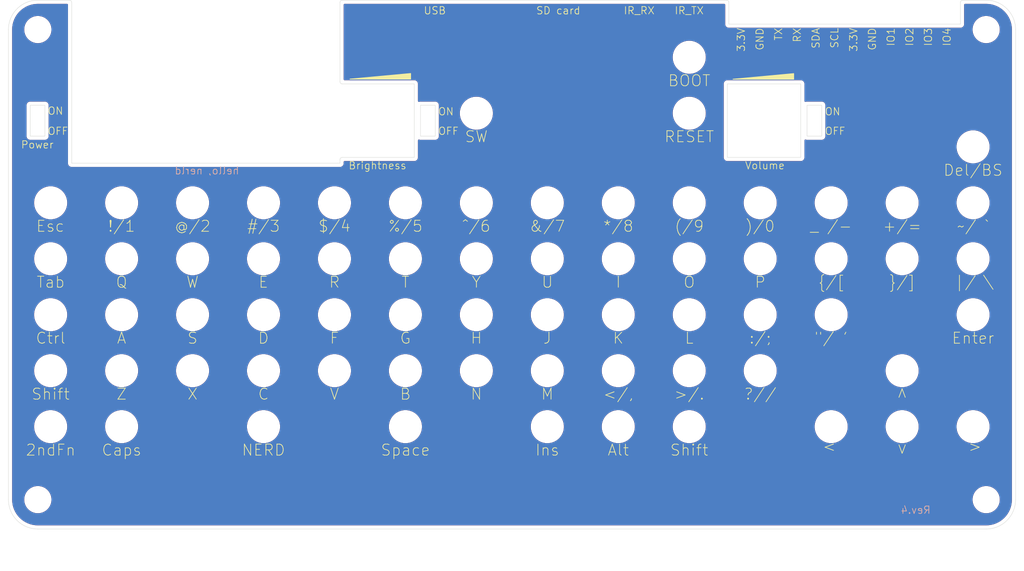
<source format=kicad_pcb>
(kicad_pcb (version 20240108) (generator "pcbnew") (generator_version "8.0")
  (layers (0 "F.Cu" signal) (31 "B.Cu" signal) (34 "B.Paste" user) (35 "F.Paste" user) (36 "B.SilkS" user "B.Silkscreen") (37 "F.SilkS" user "F.Silkscreen") (38 "B.Mask" user) (39 "F.Mask" user) (44 "Edge.Cuts" user))
  (net 0 "")
  (footprint "MountingHole:MountingHole_4mm" (layer "F.Cu") (at 191.566 95.204)
    (property "Reference" "H32" (hide yes))
    (property "Value" "MountingHole" (hide yes))
    (pad "" np_thru_hole circle (at 0 0) (size 4 4) (drill 4) (layers "*.Cu" "*.Mask"))
  )
  (footprint "MountingHole:MountingHole_4mm" (layer "F.Cu") (at 75.742 118.064)
    (property "Reference" "H65" (hide yes))
    (property "Value" "MountingHole" (hide yes))
    (pad "" np_thru_hole circle (at 0 0) (size 4 4) (drill 4) (layers "*.Cu" "*.Mask"))
  )
  (footprint "MountingHole:MountingHole_4mm" (layer "F.Cu") (at 143.306 110.444)
    (property "Reference" "H57" (hide yes))
    (property "Value" "MountingHole" (hide yes))
    (pad "" np_thru_hole circle (at 0 0) (size 4 4) (drill 4) (layers "*.Cu" "*.Mask"))
  )
  (footprint "MountingHole:MountingHole_4mm" (layer "F.Cu") (at 95.046 87.584)
    (property "Reference" "H7" (hide yes))
    (property "Value" "MountingHole" (hide yes))
    (pad "" np_thru_hole circle (at 0 0) (size 4 4) (drill 4) (layers "*.Cu" "*.Mask"))
  )
  (footprint "MountingHole:MountingHole_4mm" (layer "F.Cu") (at 143.306 87.584)
    (property "Reference" "H12" (hide yes))
    (property "Value" "MountingHole" (hide yes))
    (pad "" np_thru_hole circle (at 0 0) (size 4 4) (drill 4) (layers "*.Cu" "*.Mask"))
  )
  (footprint "MountingHole:MountingHole_4mm" (layer "F.Cu") (at 172.262 110.444)
    (property "Reference" "H60" (hide yes))
    (property "Value" "MountingHole" (hide yes))
    (pad "" np_thru_hole circle (at 0 0) (size 4 4) (drill 4) (layers "*.Cu" "*.Mask"))
  )
  (footprint "MountingHole:MountingHole_4mm" (layer "F.Cu") (at 172.262 95.204)
    (property "Reference" "H30" (hide yes))
    (property "Value" "MountingHole" (hide yes))
    (pad "" np_thru_hole circle (at 0 0) (size 4 4) (drill 4) (layers "*.Cu" "*.Mask"))
  )
  (footprint "MountingHole:MountingHole_4mm" (layer "F.Cu") (at 201.218 102.824)
    (property "Reference" "H48" (hide yes))
    (property "Value" "MountingHole" (hide yes))
    (pad "" np_thru_hole circle (at 0 0) (size 4 4) (drill 4) (layers "*.Cu" "*.Mask"))
  )
  (footprint "MountingHole:MountingHole_3.2mm_M3" (layer "F.Cu") (at 203 128)
    (property "Reference" "H3" (hide yes))
    (property "Value" "MountingHole")
    (pad "" np_thru_hole circle (at 0 0) (size 3.2 3.2) (drill 3.2) (layers "*.Cu" "*.Mask"))
  )
  (footprint "MountingHole:MountingHole_4mm" (layer "F.Cu") (at 181.914 118.064)
    (property "Reference" "H76" (hide yes))
    (property "Value" "MountingHole" (hide yes))
    (pad "" np_thru_hole circle (at 0 0) (size 4 4) (drill 4) (layers "*.Cu" "*.Mask"))
  )
  (footprint "MountingHole:MountingHole_4mm" (layer "F.Cu") (at 85.394 118.064)
    (property "Reference" "H66" (hide yes))
    (property "Value" "MountingHole" (hide yes))
    (pad "" np_thru_hole circle (at 0 0) (size 4 4) (drill 4) (layers "*.Cu" "*.Mask"))
  )
  (footprint "MountingHole:MountingHole_4mm" (layer "F.Cu") (at 114.35 102.824)
    (property "Reference" "H39" (hide yes))
    (property "Value" "MountingHole" (hide yes))
    (pad "" np_thru_hole circle (at 0 0) (size 4 4) (drill 4) (layers "*.Cu" "*.Mask"))
  )
  (footprint "MountingHole:MountingHole_4mm" (layer "F.Cu") (at 201.218 95.204)
    (property "Reference" "H33" (hide yes))
    (property "Value" "MountingHole" (hide yes))
    (pad "" np_thru_hole circle (at 0 0) (size 4 4) (drill 4) (layers "*.Cu" "*.Mask"))
  )
  (footprint "MountingHole:MountingHole_4mm" (layer "F.Cu") (at 201.218 87.584)
    (property "Reference" "H18" (hide yes))
    (property "Value" "MountingHole" (hide yes))
    (pad "" np_thru_hole circle (at 0 0) (size 4 4) (drill 4) (layers "*.Cu" "*.Mask"))
  )
  (footprint "MountingHole:MountingHole_4mm" (layer "F.Cu") (at 162.61 110.444)
    (property "Reference" "H59" (hide yes))
    (property "Value" "MountingHole" (hide yes))
    (pad "" np_thru_hole circle (at 0 0) (size 4 4) (drill 4) (layers "*.Cu" "*.Mask"))
  )
  (footprint "MountingHole:MountingHole_4mm" (layer "F.Cu") (at 124.002 95.204)
    (property "Reference" "H25" (hide yes))
    (property "Value" "MountingHole" (hide yes))
    (pad "" np_thru_hole circle (at 0 0) (size 4 4) (drill 4) (layers "*.Cu" "*.Mask"))
  )
  (footprint "MountingHole:MountingHole_4mm" (layer "F.Cu") (at 162.61 118.064)
    (property "Reference" "H74" (hide yes))
    (property "Value" "MountingHole" (hide yes))
    (pad "" np_thru_hole circle (at 0 0) (size 4 4) (drill 4) (layers "*.Cu" "*.Mask"))
  )
  (footprint "MountingHole:MountingHole_4mm" (layer "F.Cu") (at 152.958 118.064)
    (property "Reference" "H73" (hide yes))
    (property "Value" "MountingHole" (hide yes))
    (pad "" np_thru_hole circle (at 0 0) (size 4 4) (drill 4) (layers "*.Cu" "*.Mask"))
  )
  (footprint "MountingHole:MountingHole_4mm" (layer "F.Cu") (at 191.566 87.584)
    (property "Reference" "H17" (hide yes))
    (property "Value" "MountingHole" (hide yes))
    (pad "" np_thru_hole circle (at 0 0) (size 4 4) (drill 4) (layers "*.Cu" "*.Mask"))
  )
  (footprint "MountingHole:MountingHole_4mm" (layer "F.Cu") (at 104.698 87.584)
    (property "Reference" "H8" (hide yes))
    (property "Value" "MountingHole" (hide yes))
    (pad "" np_thru_hole circle (at 0 0) (size 4 4) (drill 4) (layers "*.Cu" "*.Mask"))
  )
  (footprint "MountingHole:MountingHole_3.2mm_M3" (layer "F.Cu") (at 203 64)
    (property "Reference" "H2" (hide yes))
    (property "Value" "MountingHole")
    (pad "" np_thru_hole circle (at 0 0) (size 3.2 3.2) (drill 3.2) (layers "*.Cu" "*.Mask"))
  )
  (footprint "MountingHole:MountingHole_4mm" (layer "F.Cu") (at 172.262 87.584)
    (property "Reference" "H15" (hide yes))
    (property "Value" "MountingHole" (hide yes))
    (pad "" np_thru_hole circle (at 0 0) (size 4 4) (drill 4) (layers "*.Cu" "*.Mask"))
  )
  (footprint "MountingHole:MountingHole_4mm" (layer "F.Cu") (at 162.61 95.204)
    (property "Reference" "H29" (hide yes))
    (property "Value" "MountingHole" (hide yes))
    (pad "" np_thru_hole circle (at 0 0) (size 4 4) (drill 4) (layers "*.Cu" "*.Mask"))
  )
  (footprint "MountingHole:MountingHole_4mm" (layer "F.Cu") (at 114.35 110.444)
    (property "Reference" "H54" (hide yes))
    (property "Value" "MountingHole" (hide yes))
    (pad "" np_thru_hole circle (at 0 0) (size 4 4) (drill 4) (layers "*.Cu" "*.Mask"))
  )
  (footprint "MountingHole:MountingHole_4mm" (layer "F.Cu") (at 85.394 95.204)
    (property "Reference" "H21" (hide yes))
    (property "Value" "MountingHole" (hide yes))
    (pad "" np_thru_hole circle (at 0 0) (size 4 4) (drill 4) (layers "*.Cu" "*.Mask"))
  )
  (footprint "MountingHole:MountingHole_4mm" (layer "F.Cu") (at 104.698 118.064)
    (property "Reference" "H68" (hide yes))
    (property "Value" "MountingHole" (hide yes))
    (pad "" np_thru_hole circle (at 0 0) (size 4 4) (drill 4) (layers "*.Cu" "*.Mask"))
  )
  (footprint "MountingHole:MountingHole_4mm" (layer "F.Cu") (at 75.742 110.444)
    (property "Reference" "H50" (hide yes))
    (property "Value" "MountingHole" (hide yes))
    (pad "" np_thru_hole circle (at 0 0) (size 4 4) (drill 4) (layers "*.Cu" "*.Mask"))
  )
  (footprint "MountingHole:MountingHole_4mm" (layer "F.Cu") (at 85.394 110.444)
    (property "Reference" "H51" (hide yes))
    (property "Value" "MountingHole" (hide yes))
    (pad "" np_thru_hole circle (at 0 0) (size 4 4) (drill 4) (layers "*.Cu" "*.Mask"))
  )
  (footprint "MountingHole:MountingHole_4mm" (layer "F.Cu") (at 133.654 95.204)
    (property "Reference" "H26" (hide yes))
    (property "Value" "MountingHole" (hide yes))
    (pad "" np_thru_hole circle (at 0 0) (size 4 4) (drill 4) (layers "*.Cu" "*.Mask"))
  )
  (footprint "MountingHole:MountingHole_3.2mm_M3" (layer "F.Cu") (at 74 128)
    (property "Reference" "H4" (hide yes))
    (property "Value" "MountingHole")
    (pad "" np_thru_hole circle (at 0 0) (size 3.2 3.2) (drill 3.2) (layers "*.Cu" "*.Mask"))
  )
  (footprint "MountingHole:MountingHole_4mm" (layer "F.Cu") (at 133.654 110.444)
    (property "Reference" "H56" (hide yes))
    (property "Value" "MountingHole" (hide yes))
    (pad "" np_thru_hole circle (at 0 0) (size 4 4) (drill 4) (layers "*.Cu" "*.Mask"))
  )
  (footprint "MountingHole:MountingHole_4mm" (layer "F.Cu") (at 95.046 95.204)
    (property "Reference" "H22" (hide yes))
    (property "Value" "MountingHole" (hide yes))
    (pad "" np_thru_hole circle (at 0 0) (size 4 4) (drill 4) (layers "*.Cu" "*.Mask"))
  )
  (footprint "MountingHole:MountingHole_4mm" (layer "F.Cu") (at 201.218 118.064)
    (property "Reference" "H78" (hide yes))
    (property "Value" "MountingHole" (hide yes))
    (pad "" np_thru_hole circle (at 0 0) (size 4 4) (drill 4) (layers "*.Cu" "*.Mask"))
  )
  (footprint "MountingHole:MountingHole_3.2mm_M3" (layer "F.Cu") (at 74 64)
    (property "Reference" "H1" (hide yes))
    (property "Value" "MountingHole")
    (pad "" np_thru_hole circle (at 0 0) (size 3.2 3.2) (drill 3.2) (layers "*.Cu" "*.Mask"))
  )
  (footprint "MountingHole:MountingHole_4mm" (layer "F.Cu") (at 104.698 95.204)
    (property "Reference" "H23" (hide yes))
    (property "Value" "MountingHole" (hide yes))
    (pad "" np_thru_hole circle (at 0 0) (size 4 4) (drill 4) (layers "*.Cu" "*.Mask"))
  )
  (footprint "MountingHole:MountingHole_4mm" (layer "F.Cu") (at 133.654 87.584)
    (property "Reference" "H11" (hide yes))
    (property "Value" "MountingHole" (hide yes))
    (pad "" np_thru_hole circle (at 0 0) (size 4 4) (drill 4) (layers "*.Cu" "*.Mask"))
  )
  (footprint "MountingHole:MountingHole_4mm" (layer "F.Cu") (at 172.262 102.824)
    (property "Reference" "H45" (hide yes))
    (property "Value" "MountingHole" (hide yes))
    (pad "" np_thru_hole circle (at 0 0) (size 4 4) (drill 4) (layers "*.Cu" "*.Mask"))
  )
  (footprint "MountingHole:MountingHole_4mm" (layer "F.Cu") (at 124.002 118.064)
    (property "Reference" "H70" (hide yes))
    (property "Value" "MountingHole" (hide yes))
    (pad "" np_thru_hole circle (at 0 0) (size 4 4) (drill 4) (layers "*.Cu" "*.Mask"))
  )
  (footprint "MountingHole:MountingHole_4mm" (layer "F.Cu") (at 85.394 102.824)
    (property "Reference" "H36" (hide yes))
    (property "Value" "MountingHole" (hide yes))
    (pad "" np_thru_hole circle (at 0 0) (size 4 4) (drill 4) (layers "*.Cu" "*.Mask"))
  )
  (footprint "MountingHole:MountingHole_4mm" (layer "F.Cu") (at 162.61 87.584)
    (property "Reference" "H14" (hide yes))
    (property "Value" "MountingHole" (hide yes))
    (pad "" np_thru_hole circle (at 0 0) (size 4 4) (drill 4) (layers "*.Cu" "*.Mask"))
  )
  (footprint "MountingHole:MountingHole_4mm" (layer "F.Cu") (at 191.566 118.064)
    (property "Reference" "H77" (hide yes))
    (property "Value" "MountingHole" (hide yes))
    (pad "" np_thru_hole circle (at 0 0) (size 4 4) (drill 4) (layers "*.Cu" "*.Mask"))
  )
  (footprint "MountingHole:MountingHole_4mm" (layer "F.Cu") (at 75.742 87.584)
    (property "Reference" "H5" (hide yes))
    (property "Value" "MountingHole" (hide yes))
    (pad "" np_thru_hole circle (at 0 0) (size 4 4) (drill 4) (layers "*.Cu" "*.Mask"))
  )
  (footprint "MountingHole:MountingHole_4mm" (layer "F.Cu") (at 114.35 87.584)
    (property "Reference" "H9" (hide yes))
    (property "Value" "MountingHole" (hide yes))
    (pad "" np_thru_hole circle (at 0 0) (size 4 4) (drill 4) (layers "*.Cu" "*.Mask"))
  )
  (footprint "MountingHole:MountingHole_4mm" (layer "F.Cu") (at 75.742 95.204)
    (property "Reference" "H20" (hide yes))
    (property "Value" "MountingHole" (hide yes))
    (pad "" np_thru_hole circle (at 0 0) (size 4 4) (drill 4) (layers "*.Cu" "*.Mask"))
  )
  (footprint "MountingHole:MountingHole_4mm" (layer "F.Cu") (at 191.566 110.444)
    (property "Reference" "H62" (hide yes))
    (property "Value" "MountingHole" (hide yes))
    (pad "" np_thru_hole circle (at 0 0) (size 4 4) (drill 4) (layers "*.Cu" "*.Mask"))
  )
  (footprint "MountingHole:MountingHole_4mm" (layer "F.Cu") (at 124.002 102.824)
    (property "Reference" "H40" (hide yes))
    (property "Value" "MountingHole" (hide yes))
    (pad "" np_thru_hole circle (at 0 0) (size 4 4) (drill 4) (layers "*.Cu" "*.Mask"))
  )
  (footprint "MountingHole:MountingHole_4mm" (layer "F.Cu") (at 75.742 102.824)
    (property "Reference" "H35" (hide yes))
    (property "Value" "MountingHole" (hide yes))
    (pad "" np_thru_hole circle (at 0 0) (size 4 4) (drill 4) (layers "*.Cu" "*.Mask"))
  )
  (footprint "MountingHole:MountingHole_4mm" (layer "F.Cu") (at 201.218 79.964)
    (property "Reference" "H5" (hide yes))
    (property "Value" "MountingHole" (hide yes))
    (pad "" np_thru_hole circle (at 0 0) (size 4 4) (drill 4) (layers "*.Cu" "*.Mask"))
  )
  (footprint "MountingHole:MountingHole_4mm" (layer "F.Cu") (at 162.61 102.824)
    (property "Reference" "H44" (hide yes))
    (property "Value" "MountingHole" (hide yes))
    (pad "" np_thru_hole circle (at 0 0) (size 4 4) (drill 4) (layers "*.Cu" "*.Mask"))
  )
  (footprint "MountingHole:MountingHole_4mm" (layer "F.Cu") (at 162.61 75.392)
    (property "Reference" "H12" (hide yes))
    (property "Value" "MountingHole" (hide yes))
    (pad "" np_thru_hole circle (at 0 0) (size 4 4) (drill 4) (layers "*.Cu" "*.Mask"))
  )
  (footprint "MountingHole:MountingHole_4mm" (layer "F.Cu") (at 181.914 102.824)
    (property "Reference" "H46" (hide yes))
    (property "Value" "MountingHole" (hide yes))
    (pad "" np_thru_hole circle (at 0 0) (size 4 4) (drill 4) (layers "*.Cu" "*.Mask"))
  )
  (footprint "MountingHole:MountingHole_4mm" (layer "F.Cu") (at 152.958 110.444)
    (property "Reference" "H58" (hide yes))
    (property "Value" "MountingHole" (hide yes))
    (pad "" np_thru_hole circle (at 0 0) (size 4 4) (drill 4) (layers "*.Cu" "*.Mask"))
  )
  (footprint "MountingHole:MountingHole_4mm" (layer "F.Cu") (at 143.306 102.824)
    (property "Reference" "H42" (hide yes))
    (property "Value" "MountingHole" (hide yes))
    (pad "" np_thru_hole circle (at 0 0) (size 4 4) (drill 4) (layers "*.Cu" "*.Mask"))
  )
  (footprint "MountingHole:MountingHole_4mm" (layer "F.Cu") (at 152.958 87.584)
    (property "Reference" "H13" (hide yes))
    (property "Value" "MountingHole" (hide yes))
    (pad "" np_thru_hole circle (at 0 0) (size 4 4) (drill 4) (layers "*.Cu" "*.Mask"))
  )
  (footprint "MountingHole:MountingHole_4mm" (layer "F.Cu") (at 152.958 102.824)
    (property "Reference" "H43" (hide yes))
    (property "Value" "MountingHole" (hide yes))
    (pad "" np_thru_hole circle (at 0 0) (size 4 4) (drill 4) (layers "*.Cu" "*.Mask"))
  )
  (footprint "MountingHole:MountingHole_4mm" (layer "F.Cu") (at 143.306 118.064)
    (property "Reference" "H72" (hide yes))
    (property "Value" "MountingHole" (hide yes))
    (pad "" np_thru_hole circle (at 0 0) (size 4 4) (drill 4) (layers "*.Cu" "*.Mask"))
  )
  (footprint "MountingHole:MountingHole_4mm" (layer "F.Cu") (at 124.002 110.444)
    (property "Reference" "H55" (hide yes))
    (property "Value" "MountingHole" (hide yes))
    (pad "" np_thru_hole circle (at 0 0) (size 4 4) (drill 4) (layers "*.Cu" "*.Mask"))
  )
  (footprint "MountingHole:MountingHole_4mm" (layer "F.Cu") (at 85.394 87.584)
    (property "Reference" "H6" (hide yes))
    (property "Value" "MountingHole" (hide yes))
    (pad "" np_thru_hole circle (at 0 0) (size 4 4) (drill 4) (layers "*.Cu" "*.Mask"))
  )
  (footprint "MountingHole:MountingHole_4mm" (layer "F.Cu") (at 104.698 110.444)
    (property "Reference" "H53" (hide yes))
    (property "Value" "MountingHole" (hide yes))
    (pad "" np_thru_hole circle (at 0 0) (size 4 4) (drill 4) (layers "*.Cu" "*.Mask"))
  )
  (footprint "MountingHole:MountingHole_4mm" (layer "F.Cu") (at 181.914 87.584)
    (property "Reference" "H16" (hide yes))
    (property "Value" "MountingHole" (hide yes))
    (pad "" np_thru_hole circle (at 0 0) (size 4 4) (drill 4) (layers "*.Cu" "*.Mask"))
  )
  (footprint "MountingHole:MountingHole_4mm" (layer "F.Cu") (at 95.046 110.444)
    (property "Reference" "H52" (hide yes))
    (property "Value" "MountingHole" (hide yes))
    (pad "" np_thru_hole circle (at 0 0) (size 4 4) (drill 4) (layers "*.Cu" "*.Mask"))
  )
  (footprint "MountingHole:MountingHole_4mm" (layer "F.Cu") (at 143.306 95.204)
    (property "Reference" "H27" (hide yes))
    (property "Value" "MountingHole" (hide yes))
    (pad "" np_thru_hole circle (at 0 0) (size 4 4) (drill 4) (layers "*.Cu" "*.Mask"))
  )
  (footprint "MountingHole:MountingHole_4mm" (layer "F.Cu") (at 133.654 102.824)
    (property "Reference" "H41" (hide yes))
    (property "Value" "MountingHole" (hide yes))
    (pad "" np_thru_hole circle (at 0 0) (size 4 4) (drill 4) (layers "*.Cu" "*.Mask"))
  )
  (footprint "MountingHole:MountingHole_4mm" (layer "F.Cu") (at 95.046 102.824)
    (property "Reference" "H37" (hide yes))
    (property "Value" "MountingHole" (hide yes))
    (pad "" np_thru_hole circle (at 0 0) (size 4 4) (drill 4) (layers "*.Cu" "*.Mask"))
  )
  (footprint "MountingHole:MountingHole_4mm" (layer "F.Cu") (at 181.914 95.204)
    (property "Reference" "H31" (hide yes))
    (property "Value" "MountingHole" (hide yes))
    (pad "" np_thru_hole circle (at 0 0) (size 4 4) (drill 4) (layers "*.Cu" "*.Mask"))
  )
  (footprint "MountingHole:MountingHole_4mm" (layer "F.Cu") (at 152.958 95.204)
    (property "Reference" "H28" (hide yes))
    (property "Value" "MountingHole" (hide yes))
    (pad "" np_thru_hole circle (at 0 0) (size 4 4) (drill 4) (layers "*.Cu" "*.Mask"))
  )
  (footprint "MountingHole:MountingHole_4mm" (layer "F.Cu") (at 133.654 75.392)
    (property "Reference" "H12" (hide yes))
    (property "Value" "MountingHole" (hide yes))
    (pad "" np_thru_hole circle (at 0 0) (size 4 4) (drill 4) (layers "*.Cu" "*.Mask"))
  )
  (footprint "MountingHole:MountingHole_4mm" (layer "F.Cu") (at 162.61 67.772)
    (property "Reference" "H12" (hide yes))
    (property "Value" "MountingHole" (hide yes))
    (pad "" np_thru_hole circle (at 0 0) (size 4 4) (drill 4) (layers "*.Cu" "*.Mask"))
  )
  (footprint "MountingHole:MountingHole_4mm" (layer "F.Cu") (at 104.698 102.824)
    (property "Reference" "H38" (hide yes))
    (property "Value" "MountingHole" (hide yes))
    (pad "" np_thru_hole circle (at 0 0) (size 4 4) (drill 4) (layers "*.Cu" "*.Mask"))
  )
  (footprint "MountingHole:MountingHole_4mm" (layer "F.Cu") (at 114.35 95.204)
    (property "Reference" "H24" (hide yes))
    (property "Value" "MountingHole" (hide yes))
    (pad "" np_thru_hole circle (at 0 0) (size 4 4) (drill 4) (layers "*.Cu" "*.Mask"))
  )
  (footprint "MountingHole:MountingHole_4mm" (layer "F.Cu") (at 124.002 87.584)
    (property "Reference" "H10" (hide yes))
    (property "Value" "MountingHole" (hide yes))
    (pad "" np_thru_hole circle (at 0 0) (size 4 4) (drill 4) (layers "*.Cu" "*.Mask"))
  )
  (gr_poly (pts (xy 116.459 70.739) (xy 124.714 70.739) (xy 124.714 69.977)) (stroke (width 0.1)) (fill solid) (layer "F.SilkS"))
  (gr_poly (pts (xy 168.565481 70.753217) (xy 176.820481 70.753217) (xy 176.820481 69.991217)) (stroke (width 0.1)) (fill solid) (layer "F.SilkS"))
  (gr_line (start 168 60.3) (end 168 63.25) (stroke (width 0.05)) (layer "Edge.Cuts"))
  (gr_arc (start 115.1 81.7) (mid 115.187868 81.487868) (end 115.4 81.4) (stroke (width 0.05)) (layer "Edge.Cuts"))
  (gr_line (start 115.1 81.7) (end 115.1 82.2) (stroke (width 0.05)) (layer "Edge.Cuts"))
  (gr_rect (start 72.964 74.308) (end 74.964 78.508) (stroke (width 0.05)) (fill none) (layer "Edge.Cuts"))
  (gr_line (start 168 63.25) (end 199.5 63.25) (stroke (width 0.05)) (layer "Edge.Cuts"))
  (gr_line (start 70 64) (end 70 128) (stroke (width 0.05)) (layer "Edge.Cuts"))
  (gr_line (start 74 132) (end 203 132) (stroke (width 0.05)) (layer "Edge.Cuts"))
  (gr_rect (start 126.05 74.308) (end 128.05 78.508) (stroke (width 0.05)) (fill none) (layer "Edge.Cuts"))
  (gr_line (start 167.8 71.4) (end 177.778 71.4) (stroke (width 0.05)) (layer "Edge.Cuts"))
  (gr_arc (start 115.1 60.3) (mid 115.187868 60.087868) (end 115.4 60) (stroke (width 0.05)) (layer "Edge.Cuts"))
  (gr_arc (start 203 60) (mid 205.828427 61.171573) (end 207 64) (stroke (width 0.05)) (layer "Edge.Cuts"))
  (gr_arc (start 199.5 60.3) (mid 199.587868 60.087868) (end 199.8 60) (stroke (width 0.05)) (layer "Edge.Cuts"))
  (gr_line (start 207 128) (end 207 64) (stroke (width 0.05)) (layer "Edge.Cuts"))
  (gr_arc (start 167.7 60) (mid 167.912132 60.087868) (end 168 60.3) (stroke (width 0.05)) (layer "Edge.Cuts"))
  (gr_line (start 125.2 81.4) (end 115.4 81.4) (stroke (width 0.05)) (layer "Edge.Cuts"))
  (gr_line (start 115.4 71.4) (end 125.2 71.4) (stroke (width 0.05)) (layer "Edge.Cuts"))
  (gr_line (start 177.778 81.4) (end 167.8 81.4) (stroke (width 0.05)) (layer "Edge.Cuts"))
  (gr_line (start 167.7 60) (end 115.4 60) (stroke (width 0.05)) (layer "Edge.Cuts"))
  (gr_rect (start 178.628 74.308) (end 180.628 78.508) (stroke (width 0.05)) (fill none) (layer "Edge.Cuts"))
  (gr_arc (start 74 132) (mid 71.171573 130.828427) (end 70 128) (stroke (width 0.05)) (layer "Edge.Cuts"))
  (gr_line (start 78.3 60) (end 74 60) (stroke (width 0.05)) (layer "Edge.Cuts"))
  (gr_line (start 115.1 60.3) (end 115.1 71.1) (stroke (width 0.05)) (layer "Edge.Cuts"))
  (gr_arc (start 207 128) (mid 205.828427 130.828427) (end 203 132) (stroke (width 0.05)) (layer "Edge.Cuts"))
  (gr_line (start 167.8 71.4) (end 167.8 81.4) (stroke (width 0.05)) (layer "Edge.Cuts"))
  (gr_line (start 78.6 82.2) (end 78.6 60.3) (stroke (width 0.05)) (layer "Edge.Cuts"))
  (gr_line (start 199.8 60) (end 203 60) (stroke (width 0.05)) (layer "Edge.Cuts"))
  (gr_arc (start 115.4 71.4) (mid 115.187868 71.312132) (end 115.1 71.1) (stroke (width 0.05)) (layer "Edge.Cuts"))
  (gr_line (start 199.5 63.25) (end 199.5 60.3) (stroke (width 0.05)) (layer "Edge.Cuts"))
  (gr_line (start 125.2 71.4) (end 125.2 81.4) (stroke (width 0.05)) (layer "Edge.Cuts"))
  (gr_arc (start 70 64) (mid 71.171573 61.171573) (end 74 60) (stroke (width 0.05)) (layer "Edge.Cuts"))
  (gr_line (start 115.1 82.2) (end 78.6 82.2) (stroke (width 0.05)) (layer "Edge.Cuts"))
  (gr_line (start 177.778 71.4) (end 177.778 81.4) (stroke (width 0.05)) (layer "Edge.Cuts"))
  (gr_arc (start 78.3 60) (mid 78.512132 60.087868) (end 78.6 60.3) (stroke (width 0.05)) (layer "Edge.Cuts"))
  (gr_text "hello, nerld" (at 97 83.8 0) (layer "B.SilkS") (effects (font (size 1 1) (thickness 0.1)) (justify bottom mirror)))
  (gr_text "Rev.4" (at 195.5 130 0) (layer "B.SilkS") (effects (font (size 1 1) (thickness 0.1)) (justify left bottom mirror)))
  (gr_text "M" (at 143.306 114.508 0) (layer "F.SilkS") (effects (font (size 1.5 1.5) (thickness 0.1)) (justify bottom)))
  (gr_text "RESET" (at 162.61 79.456 0) (layer "F.SilkS") (effects (font (size 1.5 1.5) (thickness 0.1)) (justify bottom)))
  (gr_text ")/0" (at 172.262 91.648 0) (layer "F.SilkS") (effects (font (size 1.5 1.5) (thickness 0.1)) (justify bottom)))
  (gr_text "IO3" (at 195.122 63.708 90) (layer "F.SilkS") (effects (font (size 1 1) (thickness 0.1)) (justify right)))
  (gr_text "L" (at 162.61 106.888 0) (layer "F.SilkS") (effects (font (size 1.5 1.5) (thickness 0.1)) (justify bottom)))
  (gr_text "Q" (at 85.394 99.268 0) (layer "F.SilkS") (effects (font (size 1.5 1.5) (thickness 0.1)) (justify bottom)))
  (gr_text "G" (at 124.002 106.888 0) (layer "F.SilkS") (effects (font (size 1.5 1.5) (thickness 0.1)) (justify bottom)))
  (gr_text "ON" (at 75.28 75.66 0) (layer "F.SilkS") (effects (font (size 1 1) (thickness 0.1)) (justify left bottom)))
  (gr_text "}/]" (at 191.566 99.268 0) (layer "F.SilkS") (effects (font (size 1.5 1.5) (thickness 0.1)) (justify bottom)))
  (gr_text "Power" (at 73.93 80.264 0) (layer "F.SilkS") (effects (font (size 1 1) (thickness 0.1)) (justify bottom)))
  (gr_text "%/5" (at 124.002 91.648 0) (layer "F.SilkS") (effects (font (size 1.5 1.5) (thickness 0.1)) (justify bottom)))
  (gr_text "P" (at 172.262 99.268 0) (layer "F.SilkS") (effects (font (size 1.5 1.5) (thickness 0.1)) (justify bottom)))
  (gr_text "{dblquote}/ '" (at 181.914 106.888 0) (layer "F.SilkS") (effects (font (size 1.5 1.5) (thickness 0.1)) (justify bottom)))
  (gr_text "SD card" (at 144.8 62 0) (layer "F.SilkS") (effects (font (size 1 1) (thickness 0.1)) (justify bottom)))
  (gr_text "SDA" (at 179.832 63.708 90) (layer "F.SilkS") (effects (font (size 1 1) (thickness 0.1)) (justify right)))
  (gr_text ":/;" (at 172.262 106.888 0) (layer "F.SilkS") (effects (font (size 1.5 1.5) (thickness 0.1)) (justify bottom)))
  (gr_text "Esc" (at 75.692 91.648 0) (layer "F.SilkS") (effects (font (size 1.5 1.5) (thickness 0.1)) (justify bottom)))
  (gr_text "GND" (at 172.212 63.708 90) (layer "F.SilkS") (effects (font (size 1 1) (thickness 0.1)) (justify right)))
  (gr_text "X" (at 95.046 114.508 0) (layer "F.SilkS") (effects (font (size 1.5 1.5) (thickness 0.1)) (justify bottom)))
  (gr_text "SW" (at 133.654 79.456 0) (layer "F.SilkS") (effects (font (size 1.5 1.5) (thickness 0.1)) (justify bottom)))
  (gr_text "#/3" (at 104.698 91.648 0) (layer "F.SilkS") (effects (font (size 1.5 1.5) (thickness 0.1)) (justify bottom)))
  (gr_text "$/4" (at 114.35 91.648 0) (layer "F.SilkS") (effects (font (size 1.5 1.5) (thickness 0.1)) (justify bottom)))
  (gr_text "Tab" (at 75.742 99.268 0) (layer "F.SilkS") (effects (font (size 1.5 1.5) (thickness 0.1)) (justify bottom)))
  (gr_text "K" (at 152.958 106.888 0) (layer "F.SilkS") (effects (font (size 1.5 1.5) (thickness 0.1)) (justify bottom)))
  (gr_text "Ctrl" (at 75.742 106.888 0) (layer "F.SilkS") (effects (font (size 1.5 1.5) (thickness 0.1)) (justify bottom)))
  (gr_text "Space" (at 124.002 122.128 0) (layer "F.SilkS") (effects (font (size 1.5 1.5) (thickness 0.1)) (justify bottom)))
  (gr_text "<" (at 192.328 121.112 90) (layer "F.SilkS") (effects (font (size 1.5 1.5) (thickness 0.1)) (justify bottom)))
  (gr_text "IO4" (at 197.662 63.708 90) (layer "F.SilkS") (effects (font (size 1 1) (thickness 0.1)) (justify right)))
  (gr_text "TX" (at 174.752 63.708 90) (layer "F.SilkS") (effects (font (size 1 1) (thickness 0.1)) (justify right)))
  (gr_text "N" (at 133.654 114.508 0) (layer "F.SilkS") (effects (font (size 1.5 1.5) (thickness 0.1)) (justify bottom)))
  (gr_text "Y" (at 133.654 99.268 0) (layer "F.SilkS") (effects (font (size 1.5 1.5) (thickness 0.1)) (justify bottom)))
  (gr_text "?//" (at 172.262 114.508 0) (layer "F.SilkS") (effects (font (size 1.5 1.5) (thickness 0.1)) (justify bottom)))
  (gr_text "NERD" (at 104.698 122.128 0) (layer "F.SilkS") (effects (font (size 1.5 1.5) (thickness 0.1)) (justify bottom)))
  (gr_text "Brightness" (at 120.2 83.1 0) (layer "F.SilkS") (effects (font (size 1 1) (thickness 0.1)) (justify bottom)))
  (gr_text "ON" (at 181 75.748 0) (layer "F.SilkS") (effects (font (size 1 1) (thickness 0.1)) (justify left bottom)))
  (gr_text "Shift" (at 75.742 114.508 0) (layer "F.SilkS") (effects (font (size 1.5 1.5) (thickness 0.1)) (justify bottom)))
  (gr_text "Caps" (at 85.394 122.128 0) (layer "F.SilkS") (effects (font (size 1.5 1.5) (thickness 0.1)) (justify bottom)))
  (gr_text "T" (at 124.002 99.268 0) (layer "F.SilkS") (effects (font (size 1.5 1.5) (thickness 0.1)) (justify bottom)))
  (gr_text "D" (at 104.698 106.888 0) (layer "F.SilkS") (effects (font (size 1.5 1.5) (thickness 0.1)) (justify bottom)))
  (gr_text "J" (at 143.306 106.888 0) (layer "F.SilkS") (effects (font (size 1.5 1.5) (thickness 0.1)) (justify bottom)))
  (gr_text ">/." (at 162.61 114.508 0) (layer "F.SilkS") (effects (font (size 1.5 1.5) (thickness 0.1)) (justify bottom)))
  (gr_text "SCL" (at 182.372 63.708 90) (layer "F.SilkS") (effects (font (size 1 1) (thickness 0.1)) (justify right)))
  (gr_text "S" (at 95.046 106.888 0) (layer "F.SilkS") (effects (font (size 1.5 1.5) (thickness 0.1)) (justify bottom)))
  (gr_text "GND" (at 187.502 63.708 90) (layer "F.SilkS") (effects (font (size 1 1) (thickness 0.1)) (justify right)))
  (gr_text "|/ \\" (at 201.218 99.268 0) (layer "F.SilkS") (effects (font (size 1.5 1.5) (thickness 0.1)) (justify bottom)))
  (gr_text "*/8" (at 152.958 91.648 0) (layer "F.SilkS") (effects (font (size 1.5 1.5) (thickness 0.1)) (justify bottom)))
  (gr_text "Enter" (at 201.218 106.888 0) (layer "F.SilkS") (effects (font (size 1.5 1.5) (thickness 0.1)) (justify bottom)))
  (gr_text "OFF" (at 181 78.408 0) (layer "F.SilkS") (effects (font (size 1 1) (thickness 0.1)) (justify left bottom)))
  (gr_text "IO1" (at 190.042 63.708 90) (layer "F.SilkS") (effects (font (size 1 1) (thickness 0.1)) (justify right)))
  (gr_text "@/2" (at 95.046 91.648 0) (layer "F.SilkS") (effects (font (size 1.5 1.5) (thickness 0.1)) (justify bottom)))
  (gr_text "Volume" (at 172.9 83.1 0) (layer "F.SilkS") (effects (font (size 1 1) (thickness 0.1)) (justify bottom)))
  (gr_text "~/ `" (at 201.218 91.648 0) (layer "F.SilkS") (effects (font (size 1.5 1.5) (thickness 0.1)) (justify bottom)))
  (gr_text "OFF" (at 128.4 78.408 0) (layer "F.SilkS") (effects (font (size 1 1) (thickness 0.1)) (justify left bottom)))
  (gr_text "3.3V" (at 169.672 63.708 90) (layer "F.SilkS") (effects (font (size 1 1) (thickness 0.1)) (justify right)))
  (gr_text "V" (at 114.35 114.508 0) (layer "F.SilkS") (effects (font (size 1.5 1.5) (thickness 0.1)) (justify bottom)))
  (gr_text "^/6" (at 133.654 91.648 0) (layer "F.SilkS") (effects (font (size 1.5 1.5) (thickness 0.1)) (justify bottom)))
  (gr_text "!/1" (at 85.394 91.648 0) (layer "F.SilkS") (effects (font (size 1.5 1.5) (thickness 0.1)) (justify bottom)))
  (gr_text "E" (at 104.698 99.268 0) (layer "F.SilkS") (effects (font (size 1.5 1.5) (thickness 0.1)) (justify bottom)))
  (gr_text ">" (at 201.472 121.62 0) (layer "F.SilkS") (effects (font (size 1.5 1.5) (thickness 0.1)) (justify bottom)))
  (gr_text "+/=" (at 191.566 91.648 0) (layer "F.SilkS") (effects (font (size 1.5 1.5) (thickness 0.1)) (justify bottom)))
  (gr_text "W" (at 95.046 99.268 0) (layer "F.SilkS") (effects (font (size 1.5 1.5) (thickness 0.1)) (justify bottom)))
  (gr_text "Alt" (at 152.958 122.128 0) (layer "F.SilkS") (effects (font (size 1.5 1.5) (thickness 0.1)) (justify bottom)))
  (gr_text "</," (at 152.958 114.508 0) (layer "F.SilkS") (effects (font (size 1.5 1.5) (thickness 0.1)) (justify bottom)))
  (gr_text "BOOT" (at 162.61 71.836 0) (layer "F.SilkS") (effects (font (size 1.5 1.5) (thickness 0.1)) (justify bottom)))
  (gr_text "O" (at 162.61 99.268 0) (layer "F.SilkS") (effects (font (size 1.5 1.5) (thickness 0.1)) (justify bottom)))
  (gr_text "&/7" (at 143.306 91.648 0) (layer "F.SilkS") (effects (font (size 1.5 1.5) (thickness 0.1)) (justify bottom)))
  (gr_text "OFF" (at 75.28 78.408 0) (layer "F.SilkS") (effects (font (size 1 1) (thickness 0.1)) (justify left bottom)))
  (gr_text "2ndFn" (at 75.742 122.128 0) (layer "F.SilkS") (effects (font (size 1.5 1.5) (thickness 0.1)) (justify bottom)))
  (gr_text "F" (at 114.35 106.888 0) (layer "F.SilkS") (effects (font (size 1.5 1.5) (thickness 0.1)) (justify bottom)))
  (gr_text "IO2" (at 192.582 63.708 90) (layer "F.SilkS") (effects (font (size 1 1) (thickness 0.1)) (justify right)))
  (gr_text "I" (at 152.958 99.268 0) (layer "F.SilkS") (effects (font (size 1.5 1.5) (thickness 0.1)) (justify bottom)))
  (gr_text "<" (at 190.804 113.492 270) (layer "F.SilkS") (effects (font (size 1.5 1.5) (thickness 0.1)) (justify bottom)))
  (gr_text "H" (at 133.654 106.888 0) (layer "F.SilkS") (effects (font (size 1.5 1.5) (thickness 0.1)) (justify bottom)))
  (gr_text "3.3V" (at 184.962 63.708 90) (layer "F.SilkS") (effects (font (size 1 1) (thickness 0.1)) (justify right)))
  (gr_text "R" (at 114.35 99.268 0) (layer "F.SilkS") (effects (font (size 1.5 1.5) (thickness 0.1)) (justify bottom)))
  (gr_text "<" (at 181.66 121.62 0) (layer "F.SilkS") (effects (font (size 1.5 1.5) (thickness 0.1)) (justify bottom)))
  (gr_text "RX" (at 177.292 63.708 90) (layer "F.SilkS") (effects (font (size 1 1) (thickness 0.1)) (justify right)))
  (gr_text "B" (at 124.002 114.508 0) (layer "F.SilkS") (effects (font (size 1.5 1.5) (thickness 0.1)) (justify bottom)))
  (gr_text "Ins" (at 143.306 122.128 0) (layer "F.SilkS") (effects (font (size 1.5 1.5) (thickness 0.1)) (justify bottom)))
  (gr_text "Z" (at 85.394 114.508 0) (layer "F.SilkS") (effects (font (size 1.5 1.5) (thickness 0.1)) (justify bottom)))
  (gr_text "ON" (at 128.4 75.748 0) (layer "F.SilkS") (effects (font (size 1 1) (thickness 0.1)) (justify left bottom)))
  (gr_text "Shift" (at 162.61 122.128 0) (layer "F.SilkS") (effects (font (size 1.5 1.5) (thickness 0.1)) (justify bottom)))
  (gr_text "{/[" (at 181.914 99.268 0) (layer "F.SilkS") (effects (font (size 1.5 1.5) (thickness 0.1)) (justify bottom)))
  (gr_text "U" (at 143.306 99.268 0) (layer "F.SilkS") (effects (font (size 1.5 1.5) (thickness 0.1)) (justify bottom)))
  (gr_text "USB" (at 128 62 0) (layer "F.SilkS") (effects (font (size 1 1) (thickness 0.1)) (justify bottom)))
  (gr_text "_ /-" (at 181.914 91.648 0) (layer "F.SilkS") (effects (font (size 1.5 1.5) (thickness 0.1)) (justify bottom)))
  (gr_text "IR_TX" (at 162.6 62 0) (layer "F.SilkS") (effects (font (size 1 1) (thickness 0.1)) (justify bottom)))
  (gr_text "(/9" (at 162.61 91.648 0) (layer "F.SilkS") (effects (font (size 1.5 1.5) (thickness 0.1)) (justify bottom)))
  (gr_text "A" (at 85.394 106.888 0) (layer "F.SilkS") (effects (font (size 1.5 1.5) (thickness 0.1)) (justify bottom)))
  (gr_text "C" (at 104.698 114.508 0) (layer "F.SilkS") (effects (font (size 1.5 1.5) (thickness 0.1)) (justify bottom)))
  (gr_text "IR_RX" (at 155.8 62 0) (layer "F.SilkS") (effects (font (size 1 1) (thickness 0.1)) (justify bottom)))
  (gr_text "Del/BS" (at 201.218 84.028 0) (layer "F.SilkS") (effects (font (size 1.5 1.5) (thickness 0.1)) (justify bottom)))
  (zone (net 0) (net_name "") (layers "F&B.Cu") (connect_pads (clearance 0.5)) (min_thickness 0.25) (fill yes (thermal_gap 0.5) (thermal_bridge_width 0.5) (island_removal_mode 1) (island_area_min 10))
    (polygon (pts (xy 70 60) (xy 207 60) (xy 207 132) (xy 70 132)))
  )
)
</source>
